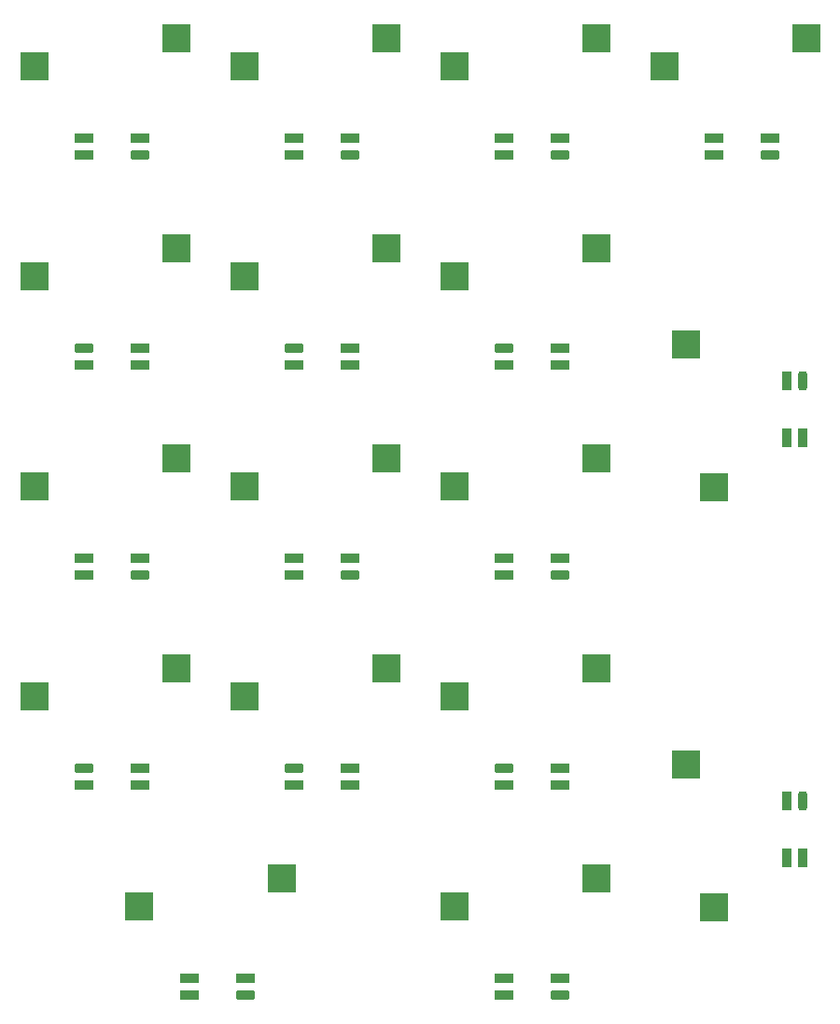
<source format=gbr>
G04 #@! TF.GenerationSoftware,KiCad,Pcbnew,(6.0.5)*
G04 #@! TF.CreationDate,2022-05-22T00:57:22-06:00*
G04 #@! TF.ProjectId,base,62617365-2e6b-4696-9361-645f70636258,rev?*
G04 #@! TF.SameCoordinates,Original*
G04 #@! TF.FileFunction,Paste,Bot*
G04 #@! TF.FilePolarity,Positive*
%FSLAX46Y46*%
G04 Gerber Fmt 4.6, Leading zero omitted, Abs format (unit mm)*
G04 Created by KiCad (PCBNEW (6.0.5)) date 2022-05-22 00:57:22*
%MOMM*%
%LPD*%
G01*
G04 APERTURE LIST*
G04 Aperture macros list*
%AMRoundRect*
0 Rectangle with rounded corners*
0 $1 Rounding radius*
0 $2 $3 $4 $5 $6 $7 $8 $9 X,Y pos of 4 corners*
0 Add a 4 corners polygon primitive as box body*
4,1,4,$2,$3,$4,$5,$6,$7,$8,$9,$2,$3,0*
0 Add four circle primitives for the rounded corners*
1,1,$1+$1,$2,$3*
1,1,$1+$1,$4,$5*
1,1,$1+$1,$6,$7*
1,1,$1+$1,$8,$9*
0 Add four rect primitives between the rounded corners*
20,1,$1+$1,$2,$3,$4,$5,0*
20,1,$1+$1,$4,$5,$6,$7,0*
20,1,$1+$1,$6,$7,$8,$9,0*
20,1,$1+$1,$8,$9,$2,$3,0*%
G04 Aperture macros list end*
%ADD10R,2.550000X2.500000*%
%ADD11R,2.500000X2.550000*%
%ADD12R,1.700000X0.820000*%
%ADD13RoundRect,0.205000X-0.645000X-0.205000X0.645000X-0.205000X0.645000X0.205000X-0.645000X0.205000X0*%
%ADD14RoundRect,0.205000X0.645000X0.205000X-0.645000X0.205000X-0.645000X-0.205000X0.645000X-0.205000X0*%
%ADD15R,0.820000X1.700000*%
%ADD16RoundRect,0.205000X0.205000X-0.645000X0.205000X0.645000X-0.205000X0.645000X-0.205000X-0.645000X0*%
G04 APERTURE END LIST*
D10*
X102452500Y-118903750D03*
X115352500Y-116363750D03*
X140552500Y-61753750D03*
X153452500Y-59213750D03*
X140552500Y-118903750D03*
X153452500Y-116363750D03*
X121502500Y-61753750D03*
X134402500Y-59213750D03*
D11*
X164147500Y-99953750D03*
X161607500Y-87026750D03*
D10*
X115352500Y-78263750D03*
X102452500Y-80803750D03*
X153452500Y-135413750D03*
X140552500Y-137953750D03*
X172502500Y-59213750D03*
X159602500Y-61753750D03*
D11*
X164147500Y-138053750D03*
X161607500Y-125126750D03*
D10*
X140552500Y-80803750D03*
X153452500Y-78263750D03*
X102452500Y-99853750D03*
X115352500Y-97313750D03*
X134402500Y-97313750D03*
X121502500Y-99853750D03*
X115352500Y-59213750D03*
X102452500Y-61753750D03*
X121502500Y-80803750D03*
X134402500Y-78263750D03*
X121502500Y-118903750D03*
X134402500Y-116363750D03*
X153452500Y-97313750D03*
X140552500Y-99853750D03*
X111977500Y-137953750D03*
X124904500Y-135413750D03*
D12*
X164137500Y-68306250D03*
X164137500Y-69806250D03*
D13*
X169237500Y-69806250D03*
D12*
X169237500Y-68306250D03*
X116512500Y-144506250D03*
X116512500Y-146006250D03*
D13*
X121612500Y-146006250D03*
D12*
X121612500Y-144506250D03*
X126037500Y-68306250D03*
X126037500Y-69806250D03*
D13*
X131137500Y-69806250D03*
D12*
X131137500Y-68306250D03*
X150187500Y-88856250D03*
X150187500Y-87356250D03*
D14*
X145087500Y-87356250D03*
D12*
X145087500Y-88856250D03*
X112087500Y-88856250D03*
X112087500Y-87356250D03*
D14*
X106987500Y-87356250D03*
D12*
X106987500Y-88856250D03*
X131137500Y-88856250D03*
X131137500Y-87356250D03*
D14*
X126037500Y-87356250D03*
D12*
X126037500Y-88856250D03*
X126037500Y-106406250D03*
X126037500Y-107906250D03*
D13*
X131137500Y-107906250D03*
D12*
X131137500Y-106406250D03*
X112087500Y-126956250D03*
X112087500Y-125456250D03*
D14*
X106987500Y-125456250D03*
D12*
X106987500Y-126956250D03*
X150187500Y-126956250D03*
X150187500Y-125456250D03*
D14*
X145087500Y-125456250D03*
D12*
X145087500Y-126956250D03*
X145087500Y-106406250D03*
X145087500Y-107906250D03*
D13*
X150187500Y-107906250D03*
D12*
X150187500Y-106406250D03*
X131137500Y-126956250D03*
X131137500Y-125456250D03*
D14*
X126037500Y-125456250D03*
D12*
X126037500Y-126956250D03*
X106987500Y-106406250D03*
X106987500Y-107906250D03*
D13*
X112087500Y-107906250D03*
D12*
X112087500Y-106406250D03*
D15*
X170700000Y-133518750D03*
X172200000Y-133518750D03*
D16*
X172200000Y-128418750D03*
D15*
X170700000Y-128418750D03*
X170700000Y-95418750D03*
X172200000Y-95418750D03*
D16*
X172200000Y-90318750D03*
D15*
X170700000Y-90318750D03*
D12*
X145087500Y-144506250D03*
X145087500Y-146006250D03*
D13*
X150187500Y-146006250D03*
D12*
X150187500Y-144506250D03*
X145087500Y-68306250D03*
X145087500Y-69806250D03*
D13*
X150187500Y-69806250D03*
D12*
X150187500Y-68306250D03*
X106987500Y-68306250D03*
X106987500Y-69806250D03*
D13*
X112087500Y-69806250D03*
D12*
X112087500Y-68306250D03*
M02*

</source>
